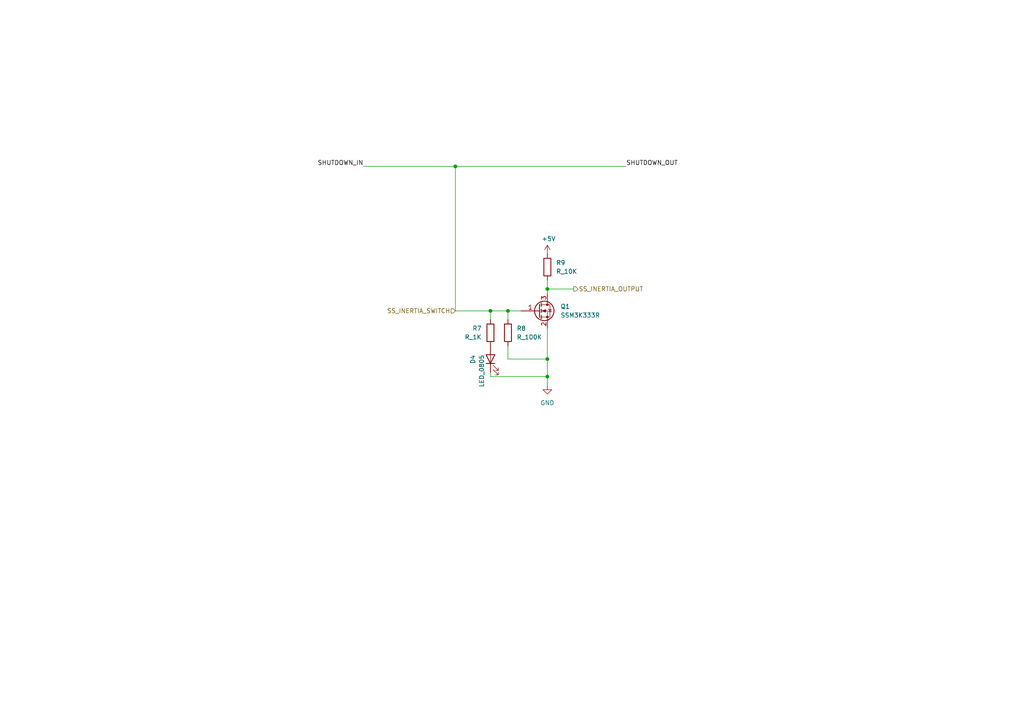
<source format=kicad_sch>
(kicad_sch (version 20211123) (generator eeschema)
  (paper "A4")
  (lib_symbols
    (symbol "Device:LED" (pin_numbers hide) (pin_names (offset 1.016) hide)
      (property "Reference" "D" (at 0 2.54 0))
      (property "Value" "LED" (at 0 -2.54 0))
      (symbol "LED_0_1"
        (polyline (pts (xy -1.27 -1.27) (xy -1.27 1.27)) (stroke (width 0.254)))
        (polyline (pts (xy -1.27 0) (xy 1.27 0)))
        (polyline (pts (xy 1.27 -1.27) (xy 1.27 1.27) (xy -1.27 0) (xy 1.27 -1.27)) (stroke (width 0.254)))
        (polyline (pts (xy -3.048 -0.762) (xy -4.572 -2.286) (xy -3.81 -2.286) (xy -4.572 -2.286) (xy -4.572 -1.524)))
        (polyline (pts (xy -1.778 -0.762) (xy -3.302 -2.286) (xy -2.54 -2.286) (xy -3.302 -2.286) (xy -3.302 -1.524)))
      )
      (symbol "LED_1_1"
        (pin passive line (at -3.81 0 0) (length 2.54) (name "K") (number "1"))
        (pin passive line (at 3.81 0 180) (length 2.54) (name "A") (number "2"))
      )
    )
    (symbol "formula:R_100K" (pin_numbers hide) (pin_names (offset 0))
      (property "Reference" "R" (at 2.032 0 90))
      (property "Value" "R_100K" (at -2.54 0 90))
      (symbol "R_100K_0_1"
        (rectangle (start -1.016 -2.54) (end 1.016 2.54) (stroke (width 0.254)))
      )
      (symbol "R_100K_1_1"
        (pin passive line (at 0 3.81 270) (length 1.27) (name "~") (number "1"))
        (pin passive line (at 0 -3.81 90) (length 1.27) (name "~") (number "2"))
      )
    )
    (symbol "formula:R_10K" (pin_numbers hide) (pin_names (offset 0))
      (property "Reference" "R" (at 2.032 0 90))
      (property "Value" "R_10K" (at -2.54 0 90))
      (symbol "R_10K_0_1"
        (rectangle (start -1.016 -2.54) (end 1.016 2.54) (stroke (width 0.254)))
      )
      (symbol "R_10K_1_1"
        (pin passive line (at 0 3.81 270) (length 1.27) (name "~") (number "1"))
        (pin passive line (at 0 -3.81 90) (length 1.27) (name "~") (number "2"))
      )
    )
    (symbol "formula:R_1K" (pin_numbers hide) (pin_names (offset 0))
      (property "Reference" "R" (at 2.032 0 90))
      (property "Value" "R_1K" (at -2.54 0 90))
      (symbol "R_1K_0_1"
        (rectangle (start -1.016 -2.54) (end 1.016 2.54) (stroke (width 0.254)))
      )
      (symbol "R_1K_1_1"
        (pin passive line (at 0 3.81 270) (length 1.27) (name "~") (number "1"))
        (pin passive line (at 0 -3.81 90) (length 1.27) (name "~") (number "2"))
      )
    )
    (symbol "formula:SSM3K333R" (pin_names (offset 0) hide)
      (property "Reference" "Q" (at 5.08 1.905 0))
      (property "Value" "SSM3K333R" (at 5.08 0 0))
      (symbol "SSM3K333R_0_1"
        (polyline (pts (xy 0.762 -1.778) (xy 2.54 -1.778)))
        (polyline (pts (xy 0.762 -1.27) (xy 0.762 -2.286)) (stroke (width 0.254)))
        (polyline (pts (xy 0.762 0) (xy 2.54 0)))
        (polyline (pts (xy 0.762 0.508) (xy 0.762 -0.508)) (stroke (width 0.254)))
        (polyline (pts (xy 0.762 1.778) (xy 2.54 1.778)))
        (polyline (pts (xy 0.762 2.286) (xy 0.762 1.27)) (stroke (width 0.254)))
        (polyline (pts (xy 2.54 -1.778) (xy 2.54 -2.54)))
        (polyline (pts (xy 2.54 -1.778) (xy 2.54 0)))
        (polyline (pts (xy 2.54 2.54) (xy 2.54 1.778)))
        (polyline (pts (xy 0.254 1.905) (xy 0.254 -1.905) (xy 0.254 -1.905)) (stroke (width 0.254)))
        (polyline (pts (xy 1.016 0) (xy 2.032 0.381) (xy 2.032 -0.381) (xy 1.016 0)) (fill (type outline)))
        (polyline (pts (xy 2.54 -1.778) (xy 3.302 -1.778) (xy 3.302 1.778) (xy 2.54 1.778)))
        (polyline (pts (xy 2.794 0.508) (xy 2.921 0.381) (xy 3.683 0.381) (xy 3.81 0.254)))
        (polyline (pts (xy 3.302 0.381) (xy 2.921 -0.254) (xy 3.683 -0.254) (xy 3.302 0.381)))
        (circle (center 1.651 0) (radius 2.8194) (stroke (width 0.254)))
        (circle (center 2.54 -1.778) (radius 0.2794) (fill (type outline)))
        (circle (center 2.54 1.778) (radius 0.2794) (fill (type outline)))
      )
      (symbol "SSM3K333R_1_1"
        (pin input line (at -5.08 0 0) (length 5.334) (name "G") (number "1"))
        (pin passive line (at 2.54 -5.08 90) (length 2.54) (name "S") (number "2"))
        (pin passive line (at 2.54 5.08 270) (length 2.54) (name "D") (number "3"))
      )
    )
    (symbol "power:+5V" (power) (pin_names (offset 0))
      (property "Value" "+5V" (at 0 3.556 0))
      (symbol "+5V_0_1"
        (polyline (pts (xy -0.762 1.27) (xy 0 2.54)))
        (polyline (pts (xy 0 0) (xy 0 2.54)))
        (polyline (pts (xy 0 2.54) (xy 0.762 1.27)))
      )
      (symbol "+5V_1_1"
        (pin power_in line (at 0 0 90) (length 0) hide (name "+5V") (number "1"))
      )
    )
    (symbol "power:GND" (power) (pin_names (offset 0))
      (property "Value" "GND" (at 0 -3.81 0))
      (symbol "GND_0_1"
        (polyline (pts (xy 0 0) (xy 0 -1.27) (xy 1.27 -1.27) (xy 0 -2.54) (xy -1.27 -1.27) (xy 0 -1.27)))
      )
      (symbol "GND_1_1"
        (pin power_in line (at 0 0 270) (length 0) hide (name "GND") (number "1"))
      )
    )
  )
  (junction (at 132.08 48.26))
  (junction (at 142.24 90.17))
  (junction (at 147.32 90.17))
  (junction (at 158.75 83.82))
  (junction (at 158.75 109.22))
  (junction (at 158.75 104.14))
  (wire (pts (xy 158.75 83.82) (xy 158.75 85.09)))
  (wire (pts (xy 158.75 83.82) (xy 166.37 83.82)))
  (wire (pts (xy 158.75 104.14) (xy 158.75 109.22)))
  (wire (pts (xy 147.32 104.14) (xy 158.75 104.14)))
  (wire (pts (xy 147.32 92.71) (xy 147.32 90.17)))
  (wire (pts (xy 142.24 107.95) (xy 142.24 109.22)))
  (wire (pts (xy 147.32 100.33) (xy 147.32 104.14)))
  (wire (pts (xy 147.32 90.17) (xy 151.13 90.17)))
  (wire (pts (xy 158.75 111.76) (xy 158.75 109.22)))
  (wire (pts (xy 158.75 95.25) (xy 158.75 104.14)))
  (wire (pts (xy 132.08 48.26) (xy 181.61 48.26)))
  (wire (pts (xy 142.24 109.22) (xy 158.75 109.22)))
  (wire (pts (xy 142.24 90.17) (xy 147.32 90.17)))
  (wire (pts (xy 158.75 81.28) (xy 158.75 83.82)))
  (wire (pts (xy 142.24 92.71) (xy 142.24 90.17)))
  (wire (pts (xy 132.08 90.17) (xy 132.08 48.26)))
  (wire (pts (xy 105.41 48.26) (xy 132.08 48.26)))
  (wire (pts (xy 132.08 90.17) (xy 142.24 90.17)))
  (label "SHUTDOWN_IN" (at 105.41 48.26 180))
  (label "SHUTDOWN_OUT" (at 181.61 48.26 0))
  (hierarchical_label "SS_INERTIA_SWITCH" (shape input) (at 132.08 90.17 180))
  (hierarchical_label "SS_INERTIA_OUTPUT" (shape output) (at 166.37 83.82 0))
  (symbol (lib_id "Device:LED") (at 142.24 104.14 90) (unit 1)
    (property "Reference" "D4" (at 137.16 102.87 0) (effects (justify right)))
    (property "Value" "LED_0805" (at 139.7 102.87 0) (effects (justify right)))
  )
  (symbol (lib_id "power:+5V") (at 158.75 73.66 0) (unit 1)
    (property "Reference" "#PWR?" (effects hide))
    (property "Value" "+5V" (at 159.131 69.2658 0))
  )
  (symbol (lib_id "formula:R_1K") (at 142.24 96.52 0) (mirror x) (unit 1)
    (property "Reference" "R7" (at 139.7 95.2499 0) (effects (justify right)))
    (property "Value" "R_1K" (at 139.7 97.7899 0) (effects (justify right)))
    (property "Footprint" "footprints:R_0805_OEM" (effects hide))
    (property "Datasheet" "https://www.seielect.com/Catalog/SEI-rncp.pdf" (effects hide))
    (property "MFN" "DK" (effects hide))
    (property "MPN" "RNCP0805FTD1K00CT-ND" (effects hide))
    (property "PurchasingLink" "https://www.digikey.com/products/en?keywords=RNCP0805FTD1K00CT-ND" (effects hide))
  )
  (symbol (lib_id "formula:SSM3K333R") (at 156.21 90.17 0) (unit 1)
    (property "Reference" "Q1" (at 162.56 88.8999 0) (effects (justify left)))
    (property "Value" "SSM3K333R" (at 162.56 91.4399 0) (effects (justify left)))
    (property "Footprint" "footprints:SOT-23F" (effects hide))
    (property "Datasheet" "https://drive.google.com/drive/folders/0B-V-iZf33Y4GNzhDQTJZanJRbVk" (effects hide))
    (property "MFN" "DK" (effects hide))
    (property "MPN" "SSM3K333RLFCT-ND" (effects hide))
    (property "PurchasingLink" "https://www.digikey.com/product-detail/en/toshiba-semiconductor-and-storage/SSM3K333RLF/SSM3K333RLFCT-ND/3522391" (effects hide))
  )
  (symbol (lib_id "formula:R_100K") (at 147.32 96.52 0) (unit 1)
    (property "Reference" "R8" (at 149.86 95.2499 0) (effects (justify left)))
    (property "Value" "R_100K" (at 149.86 97.7899 0) (effects (justify left)))
    (property "Footprint" "footprints:R_0805_OEM" (effects hide))
    (property "Datasheet" "https://industrial.panasonic.com/cdbs/www-data/pdf/RDA0000/AOA0000C304.pdf" (effects hide))
    (property "MFN" "DK" (effects hide))
    (property "MPN" "P100KCCT-ND" (effects hide))
    (property "PurchasingLink" "https://www.digikey.com/product-detail/en/panasonic-electronic-components/ERJ-6ENF1003V/P100KCCT-ND/119551" (effects hide))
  )
  (symbol (lib_id "formula:R_10K") (at 158.75 77.47 0) (unit 1)
    (property "Reference" "R9" (at 161.29 76.1999 0) (effects (justify left)))
    (property "Value" "R_10K" (at 161.29 78.7399 0) (effects (justify left)))
    (property "Footprint" "footprints:R_0805_OEM" (effects hide))
    (property "Datasheet" "http://www.bourns.com/data/global/pdfs/CRS.pdf" (effects hide))
    (property "MFN" "DK" (effects hide))
    (property "MPN" "CRS0805-FX-1002ELFCT-ND" (effects hide))
    (property "PurchasingLink" "https://www.digikey.com/products/en?keywords=CRS0805-FX-1002ELFCT-ND" (effects hide))
  )
  (symbol (lib_id "power:GND") (at 158.75 111.76 0) (unit 1)
    (property "Reference" "#PWR?" (effects hide))
    (property "Value" "GND" (at 158.75 116.84 0))
  )
)
</source>
